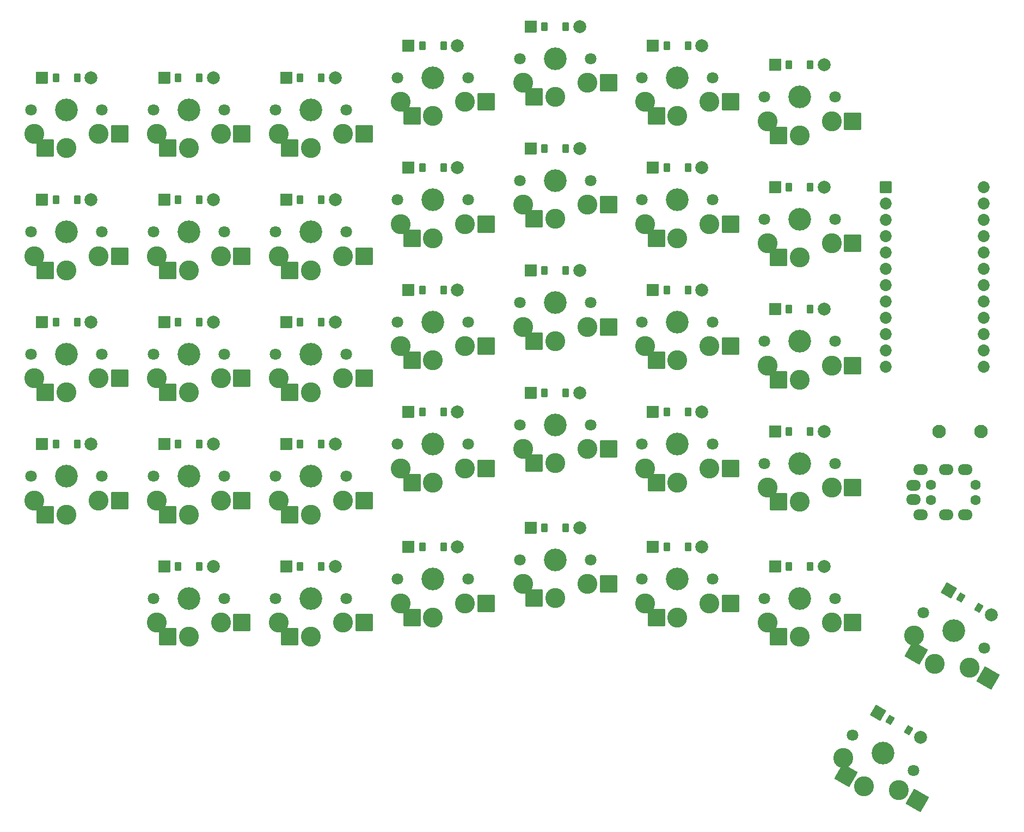
<source format=gbr>
%TF.GenerationSoftware,KiCad,Pcbnew,6.0.2*%
%TF.CreationDate,2022-02-19T14:05:47-05:00*%
%TF.ProjectId,jonkey-v1,6a6f6e6b-6579-42d7-9631-2e6b69636164,v1.0.0*%
%TF.SameCoordinates,Original*%
%TF.FileFunction,Soldermask,Top*%
%TF.FilePolarity,Negative*%
%FSLAX46Y46*%
G04 Gerber Fmt 4.6, Leading zero omitted, Abs format (unit mm)*
G04 Created by KiCad (PCBNEW 6.0.2) date 2022-02-19 14:05:47*
%MOMM*%
%LPD*%
G01*
G04 APERTURE LIST*
G04 Aperture macros list*
%AMRoundRect*
0 Rectangle with rounded corners*
0 $1 Rounding radius*
0 $2 $3 $4 $5 $6 $7 $8 $9 X,Y pos of 4 corners*
0 Add a 4 corners polygon primitive as box body*
4,1,4,$2,$3,$4,$5,$6,$7,$8,$9,$2,$3,0*
0 Add four circle primitives for the rounded corners*
1,1,$1+$1,$2,$3*
1,1,$1+$1,$4,$5*
1,1,$1+$1,$6,$7*
1,1,$1+$1,$8,$9*
0 Add four rect primitives between the rounded corners*
20,1,$1+$1,$2,$3,$4,$5,0*
20,1,$1+$1,$4,$5,$6,$7,0*
20,1,$1+$1,$6,$7,$8,$9,0*
20,1,$1+$1,$8,$9,$2,$3,0*%
G04 Aperture macros list end*
%ADD10RoundRect,0.050000X-0.450000X-0.600000X0.450000X-0.600000X0.450000X0.600000X-0.450000X0.600000X0*%
%ADD11C,2.005000*%
%ADD12RoundRect,0.050000X-0.889000X-0.889000X0.889000X-0.889000X0.889000X0.889000X-0.889000X0.889000X0*%
%ADD13C,3.529000*%
%ADD14C,1.801800*%
%ADD15C,3.100000*%
%ADD16RoundRect,0.050000X1.300000X1.300000X-1.300000X1.300000X-1.300000X-1.300000X1.300000X-1.300000X0*%
%ADD17RoundRect,0.050000X-0.689711X-0.294615X0.089711X-0.744615X0.689711X0.294615X-0.089711X0.744615X0*%
%ADD18RoundRect,0.050000X-1.214397X-0.325397X0.325397X-1.214397X1.214397X0.325397X-0.325397X1.214397X0*%
%ADD19RoundRect,0.050000X1.775833X0.475833X-0.475833X1.775833X-1.775833X-0.475833X0.475833X-1.775833X0*%
%ADD20RoundRect,0.050000X-0.876300X0.876300X-0.876300X-0.876300X0.876300X-0.876300X0.876300X0.876300X0*%
%ADD21C,1.852600*%
%ADD22C,2.100000*%
%ADD23C,1.600000*%
%ADD24O,2.300000X1.700000*%
G04 APERTURE END LIST*
D10*
%TO.C,D1*%
X63370000Y-100280000D03*
X66670000Y-100280000D03*
D11*
X68830000Y-100280000D03*
D12*
X61210000Y-100280000D03*
%TD*%
D13*
%TO.C,S1*%
X65020000Y-105280000D03*
D14*
X59520000Y-105280000D03*
X70520000Y-105280000D03*
D15*
X60020000Y-109030000D03*
X65020000Y-111230000D03*
X70020000Y-109030000D03*
X65020000Y-111230000D03*
D16*
X61745000Y-111230000D03*
X73295000Y-109030000D03*
%TD*%
D10*
%TO.C,D2*%
X63370000Y-81280000D03*
X66670000Y-81280000D03*
D11*
X68830000Y-81280000D03*
D12*
X61210000Y-81280000D03*
%TD*%
D13*
%TO.C,S2*%
X65020000Y-86280000D03*
D14*
X59520000Y-86280000D03*
X70520000Y-86280000D03*
D15*
X60020000Y-90030000D03*
X65020000Y-92230000D03*
X70020000Y-90030000D03*
X65020000Y-92230000D03*
D16*
X61745000Y-92230000D03*
X73295000Y-90030000D03*
%TD*%
D10*
%TO.C,D3*%
X63370000Y-62280000D03*
X66670000Y-62280000D03*
D11*
X68830000Y-62280000D03*
D12*
X61210000Y-62280000D03*
%TD*%
D13*
%TO.C,S3*%
X65020000Y-67280000D03*
D14*
X59520000Y-67280000D03*
X70520000Y-67280000D03*
D15*
X60020000Y-71030000D03*
X65020000Y-73230000D03*
X70020000Y-71030000D03*
X65020000Y-73230000D03*
D16*
X61745000Y-73230000D03*
X73295000Y-71030000D03*
%TD*%
D10*
%TO.C,D4*%
X63370000Y-43280000D03*
X66670000Y-43280000D03*
D11*
X68830000Y-43280000D03*
D12*
X61210000Y-43280000D03*
%TD*%
D13*
%TO.C,S4*%
X65020000Y-48280000D03*
D14*
X59520000Y-48280000D03*
X70520000Y-48280000D03*
D15*
X60020000Y-52030000D03*
X65020000Y-54230000D03*
X70020000Y-52030000D03*
X65020000Y-54230000D03*
D16*
X61745000Y-54230000D03*
X73295000Y-52030000D03*
%TD*%
D10*
%TO.C,D5*%
X82370000Y-100280000D03*
X85670000Y-100280000D03*
D11*
X87830000Y-100280000D03*
D12*
X80210000Y-100280000D03*
%TD*%
D13*
%TO.C,S5*%
X84020000Y-105280000D03*
D14*
X78520000Y-105280000D03*
X89520000Y-105280000D03*
D15*
X79020000Y-109030000D03*
X84020000Y-111230000D03*
X89020000Y-109030000D03*
X84020000Y-111230000D03*
D16*
X80745000Y-111230000D03*
X92295000Y-109030000D03*
%TD*%
D10*
%TO.C,D6*%
X82370000Y-81280000D03*
X85670000Y-81280000D03*
D11*
X87830000Y-81280000D03*
D12*
X80210000Y-81280000D03*
%TD*%
D13*
%TO.C,S6*%
X84020000Y-86280000D03*
D14*
X78520000Y-86280000D03*
X89520000Y-86280000D03*
D15*
X79020000Y-90030000D03*
X84020000Y-92230000D03*
X89020000Y-90030000D03*
X84020000Y-92230000D03*
D16*
X80745000Y-92230000D03*
X92295000Y-90030000D03*
%TD*%
D10*
%TO.C,D7*%
X82370000Y-62280000D03*
X85670000Y-62280000D03*
D11*
X87830000Y-62280000D03*
D12*
X80210000Y-62280000D03*
%TD*%
D13*
%TO.C,S7*%
X84020000Y-67280000D03*
D14*
X78520000Y-67280000D03*
X89520000Y-67280000D03*
D15*
X79020000Y-71030000D03*
X84020000Y-73230000D03*
X89020000Y-71030000D03*
X84020000Y-73230000D03*
D16*
X80745000Y-73230000D03*
X92295000Y-71030000D03*
%TD*%
D10*
%TO.C,D8*%
X82370000Y-43280000D03*
X85670000Y-43280000D03*
D11*
X87830000Y-43280000D03*
D12*
X80210000Y-43280000D03*
%TD*%
D13*
%TO.C,S8*%
X84020000Y-48280000D03*
D14*
X78520000Y-48280000D03*
X89520000Y-48280000D03*
D15*
X79020000Y-52030000D03*
X84020000Y-54230000D03*
X89020000Y-52030000D03*
X84020000Y-54230000D03*
D16*
X80745000Y-54230000D03*
X92295000Y-52030000D03*
%TD*%
D10*
%TO.C,D9*%
X101370000Y-100280000D03*
X104670000Y-100280000D03*
D11*
X106830000Y-100280000D03*
D12*
X99210000Y-100280000D03*
%TD*%
D13*
%TO.C,S9*%
X103020000Y-105280000D03*
D14*
X97520000Y-105280000D03*
X108520000Y-105280000D03*
D15*
X98020000Y-109030000D03*
X103020000Y-111230000D03*
X108020000Y-109030000D03*
X103020000Y-111230000D03*
D16*
X99745000Y-111230000D03*
X111295000Y-109030000D03*
%TD*%
D10*
%TO.C,D10*%
X101370000Y-81280000D03*
X104670000Y-81280000D03*
D11*
X106830000Y-81280000D03*
D12*
X99210000Y-81280000D03*
%TD*%
D13*
%TO.C,S10*%
X103020000Y-86280000D03*
D14*
X97520000Y-86280000D03*
X108520000Y-86280000D03*
D15*
X98020000Y-90030000D03*
X103020000Y-92230000D03*
X108020000Y-90030000D03*
X103020000Y-92230000D03*
D16*
X99745000Y-92230000D03*
X111295000Y-90030000D03*
%TD*%
D10*
%TO.C,D11*%
X101370000Y-62280000D03*
X104670000Y-62280000D03*
D11*
X106830000Y-62280000D03*
D12*
X99210000Y-62280000D03*
%TD*%
D13*
%TO.C,S11*%
X103020000Y-67280000D03*
D14*
X97520000Y-67280000D03*
X108520000Y-67280000D03*
D15*
X98020000Y-71030000D03*
X103020000Y-73230000D03*
X108020000Y-71030000D03*
X103020000Y-73230000D03*
D16*
X99745000Y-73230000D03*
X111295000Y-71030000D03*
%TD*%
D10*
%TO.C,D12*%
X101370000Y-43280000D03*
X104670000Y-43280000D03*
D11*
X106830000Y-43280000D03*
D12*
X99210000Y-43280000D03*
%TD*%
D13*
%TO.C,S12*%
X103020000Y-48280000D03*
D14*
X97520000Y-48280000D03*
X108520000Y-48280000D03*
D15*
X98020000Y-52030000D03*
X103020000Y-54230000D03*
X108020000Y-52030000D03*
X103020000Y-54230000D03*
D16*
X99745000Y-54230000D03*
X111295000Y-52030000D03*
%TD*%
D10*
%TO.C,D13*%
X120370000Y-95280000D03*
X123670000Y-95280000D03*
D11*
X125830000Y-95280000D03*
D12*
X118210000Y-95280000D03*
%TD*%
D13*
%TO.C,S13*%
X122020000Y-100280000D03*
D14*
X116520000Y-100280000D03*
X127520000Y-100280000D03*
D15*
X117020000Y-104030000D03*
X122020000Y-106230000D03*
X127020000Y-104030000D03*
X122020000Y-106230000D03*
D16*
X118745000Y-106230000D03*
X130295000Y-104030000D03*
%TD*%
D10*
%TO.C,D14*%
X120370000Y-76280000D03*
X123670000Y-76280000D03*
D11*
X125830000Y-76280000D03*
D12*
X118210000Y-76280000D03*
%TD*%
D13*
%TO.C,S14*%
X122020000Y-81280000D03*
D14*
X116520000Y-81280000D03*
X127520000Y-81280000D03*
D15*
X117020000Y-85030000D03*
X122020000Y-87230000D03*
X127020000Y-85030000D03*
X122020000Y-87230000D03*
D16*
X118745000Y-87230000D03*
X130295000Y-85030000D03*
%TD*%
D10*
%TO.C,D15*%
X120370000Y-57280000D03*
X123670000Y-57280000D03*
D11*
X125830000Y-57280000D03*
D12*
X118210000Y-57280000D03*
%TD*%
D13*
%TO.C,S15*%
X122020000Y-62280000D03*
D14*
X116520000Y-62280000D03*
X127520000Y-62280000D03*
D15*
X117020000Y-66030000D03*
X122020000Y-68230000D03*
X127020000Y-66030000D03*
X122020000Y-68230000D03*
D16*
X118745000Y-68230000D03*
X130295000Y-66030000D03*
%TD*%
D10*
%TO.C,D16*%
X120370000Y-38280000D03*
X123670000Y-38280000D03*
D11*
X125830000Y-38280000D03*
D12*
X118210000Y-38280000D03*
%TD*%
D13*
%TO.C,S16*%
X122020000Y-43280000D03*
D14*
X116520000Y-43280000D03*
X127520000Y-43280000D03*
D15*
X117020000Y-47030000D03*
X122020000Y-49230000D03*
X127020000Y-47030000D03*
X122020000Y-49230000D03*
D16*
X118745000Y-49230000D03*
X130295000Y-47030000D03*
%TD*%
D10*
%TO.C,D17*%
X139370000Y-92280000D03*
X142670000Y-92280000D03*
D11*
X144830000Y-92280000D03*
D12*
X137210000Y-92280000D03*
%TD*%
D13*
%TO.C,S17*%
X141020000Y-97280000D03*
D14*
X135520000Y-97280000D03*
X146520000Y-97280000D03*
D15*
X136020000Y-101030000D03*
X141020000Y-103230000D03*
X146020000Y-101030000D03*
X141020000Y-103230000D03*
D16*
X137745000Y-103230000D03*
X149295000Y-101030000D03*
%TD*%
D10*
%TO.C,D18*%
X139370000Y-73280000D03*
X142670000Y-73280000D03*
D11*
X144830000Y-73280000D03*
D12*
X137210000Y-73280000D03*
%TD*%
D13*
%TO.C,S18*%
X141020000Y-78280000D03*
D14*
X135520000Y-78280000D03*
X146520000Y-78280000D03*
D15*
X136020000Y-82030000D03*
X141020000Y-84230000D03*
X146020000Y-82030000D03*
X141020000Y-84230000D03*
D16*
X137745000Y-84230000D03*
X149295000Y-82030000D03*
%TD*%
D10*
%TO.C,D19*%
X139370000Y-54280000D03*
X142670000Y-54280000D03*
D11*
X144830000Y-54280000D03*
D12*
X137210000Y-54280000D03*
%TD*%
D13*
%TO.C,S19*%
X141020000Y-59280000D03*
D14*
X135520000Y-59280000D03*
X146520000Y-59280000D03*
D15*
X136020000Y-63030000D03*
X141020000Y-65230000D03*
X146020000Y-63030000D03*
X141020000Y-65230000D03*
D16*
X137745000Y-65230000D03*
X149295000Y-63030000D03*
%TD*%
D10*
%TO.C,D20*%
X139370000Y-35280000D03*
X142670000Y-35280000D03*
D11*
X144830000Y-35280000D03*
D12*
X137210000Y-35280000D03*
%TD*%
D13*
%TO.C,S20*%
X141020000Y-40280000D03*
D14*
X135520000Y-40280000D03*
X146520000Y-40280000D03*
D15*
X136020000Y-44030000D03*
X141020000Y-46230000D03*
X146020000Y-44030000D03*
X141020000Y-46230000D03*
D16*
X137745000Y-46230000D03*
X149295000Y-44030000D03*
%TD*%
D10*
%TO.C,D21*%
X158370000Y-95280000D03*
X161670000Y-95280000D03*
D11*
X163830000Y-95280000D03*
D12*
X156210000Y-95280000D03*
%TD*%
D13*
%TO.C,S21*%
X160020000Y-100280000D03*
D14*
X154520000Y-100280000D03*
X165520000Y-100280000D03*
D15*
X155020000Y-104030000D03*
X160020000Y-106230000D03*
X165020000Y-104030000D03*
X160020000Y-106230000D03*
D16*
X156745000Y-106230000D03*
X168295000Y-104030000D03*
%TD*%
D10*
%TO.C,D22*%
X158370000Y-76280000D03*
X161670000Y-76280000D03*
D11*
X163830000Y-76280000D03*
D12*
X156210000Y-76280000D03*
%TD*%
D13*
%TO.C,S22*%
X160020000Y-81280000D03*
D14*
X154520000Y-81280000D03*
X165520000Y-81280000D03*
D15*
X155020000Y-85030000D03*
X160020000Y-87230000D03*
X165020000Y-85030000D03*
X160020000Y-87230000D03*
D16*
X156745000Y-87230000D03*
X168295000Y-85030000D03*
%TD*%
D10*
%TO.C,D23*%
X158370000Y-57280000D03*
X161670000Y-57280000D03*
D11*
X163830000Y-57280000D03*
D12*
X156210000Y-57280000D03*
%TD*%
D13*
%TO.C,S23*%
X160020000Y-62280000D03*
D14*
X154520000Y-62280000D03*
X165520000Y-62280000D03*
D15*
X155020000Y-66030000D03*
X160020000Y-68230000D03*
X165020000Y-66030000D03*
X160020000Y-68230000D03*
D16*
X156745000Y-68230000D03*
X168295000Y-66030000D03*
%TD*%
D10*
%TO.C,D24*%
X158370000Y-38280000D03*
X161670000Y-38280000D03*
D11*
X163830000Y-38280000D03*
D12*
X156210000Y-38280000D03*
%TD*%
D13*
%TO.C,S24*%
X160020000Y-43280000D03*
D14*
X154520000Y-43280000D03*
X165520000Y-43280000D03*
D15*
X155020000Y-47030000D03*
X160020000Y-49230000D03*
X165020000Y-47030000D03*
X160020000Y-49230000D03*
D16*
X156745000Y-49230000D03*
X168295000Y-47030000D03*
%TD*%
D10*
%TO.C,D25*%
X177370000Y-98280000D03*
X180670000Y-98280000D03*
D11*
X182830000Y-98280000D03*
D12*
X175210000Y-98280000D03*
%TD*%
D13*
%TO.C,S25*%
X179020000Y-103280000D03*
D14*
X173520000Y-103280000D03*
X184520000Y-103280000D03*
D15*
X174020000Y-107030000D03*
X179020000Y-109230000D03*
X184020000Y-107030000D03*
X179020000Y-109230000D03*
D16*
X175745000Y-109230000D03*
X187295000Y-107030000D03*
%TD*%
D10*
%TO.C,D26*%
X177370000Y-79280000D03*
X180670000Y-79280000D03*
D11*
X182830000Y-79280000D03*
D12*
X175210000Y-79280000D03*
%TD*%
D13*
%TO.C,S26*%
X179020000Y-84280000D03*
D14*
X173520000Y-84280000D03*
X184520000Y-84280000D03*
D15*
X174020000Y-88030000D03*
X179020000Y-90230000D03*
X184020000Y-88030000D03*
X179020000Y-90230000D03*
D16*
X175745000Y-90230000D03*
X187295000Y-88030000D03*
%TD*%
D10*
%TO.C,D27*%
X177370000Y-60280000D03*
X180670000Y-60280000D03*
D11*
X182830000Y-60280000D03*
D12*
X175210000Y-60280000D03*
%TD*%
D13*
%TO.C,S27*%
X179020000Y-65280000D03*
D14*
X173520000Y-65280000D03*
X184520000Y-65280000D03*
D15*
X174020000Y-69030000D03*
X179020000Y-71230000D03*
X184020000Y-69030000D03*
X179020000Y-71230000D03*
D16*
X175745000Y-71230000D03*
X187295000Y-69030000D03*
%TD*%
D10*
%TO.C,D28*%
X177370000Y-41280000D03*
X180670000Y-41280000D03*
D11*
X182830000Y-41280000D03*
D12*
X175210000Y-41280000D03*
%TD*%
D13*
%TO.C,S28*%
X179020000Y-46280000D03*
D14*
X173520000Y-46280000D03*
X184520000Y-46280000D03*
D15*
X174020000Y-50030000D03*
X179020000Y-52230000D03*
X184020000Y-50030000D03*
X179020000Y-52230000D03*
D16*
X175745000Y-52230000D03*
X187295000Y-50030000D03*
%TD*%
D10*
%TO.C,D29*%
X158370000Y-116280000D03*
X161670000Y-116280000D03*
D11*
X163830000Y-116280000D03*
D12*
X156210000Y-116280000D03*
%TD*%
D13*
%TO.C,S29*%
X160020000Y-121280000D03*
D14*
X154520000Y-121280000D03*
X165520000Y-121280000D03*
D15*
X155020000Y-125030000D03*
X160020000Y-127230000D03*
X165020000Y-125030000D03*
X160020000Y-127230000D03*
D16*
X156745000Y-127230000D03*
X168295000Y-125030000D03*
%TD*%
D10*
%TO.C,D30*%
X177370000Y-119280000D03*
X180670000Y-119280000D03*
D11*
X182830000Y-119280000D03*
D12*
X175210000Y-119280000D03*
%TD*%
D13*
%TO.C,S30*%
X179020000Y-124280000D03*
D14*
X173520000Y-124280000D03*
X184520000Y-124280000D03*
D15*
X174020000Y-128030000D03*
X179020000Y-130230000D03*
X184020000Y-128030000D03*
X179020000Y-130230000D03*
D16*
X175745000Y-130230000D03*
X187295000Y-128030000D03*
%TD*%
D17*
%TO.C,D31*%
X204091058Y-124124873D03*
X206948942Y-125774873D03*
D11*
X208819557Y-126854873D03*
D18*
X202220443Y-123044873D03*
%TD*%
D13*
%TO.C,S31*%
X203020000Y-129280000D03*
D14*
X198256860Y-126530000D03*
X207783140Y-132030000D03*
D15*
X196814873Y-130027595D03*
X200045000Y-134432851D03*
X205475127Y-135027595D03*
X200045000Y-134432851D03*
D19*
X197208767Y-132795351D03*
X208311360Y-136665095D03*
%TD*%
D17*
%TO.C,D32*%
X193091058Y-143177432D03*
X195948942Y-144827432D03*
D11*
X197819557Y-145907432D03*
D18*
X191220443Y-142097432D03*
%TD*%
D13*
%TO.C,S32*%
X192020000Y-148332559D03*
D14*
X187256860Y-145582559D03*
X196783140Y-151082559D03*
D15*
X185814873Y-149080154D03*
X189045000Y-153485410D03*
X194475127Y-154080154D03*
X189045000Y-153485410D03*
D19*
X186208767Y-151847910D03*
X197311360Y-155717654D03*
%TD*%
D10*
%TO.C,D33*%
X82370000Y-119280000D03*
X85670000Y-119280000D03*
D11*
X87830000Y-119280000D03*
D12*
X80210000Y-119280000D03*
%TD*%
D13*
%TO.C,S33*%
X84020000Y-124280000D03*
D14*
X78520000Y-124280000D03*
X89520000Y-124280000D03*
D15*
X79020000Y-128030000D03*
X84020000Y-130230000D03*
X89020000Y-128030000D03*
X84020000Y-130230000D03*
D16*
X80745000Y-130230000D03*
X92295000Y-128030000D03*
%TD*%
D10*
%TO.C,D34*%
X101370000Y-119280000D03*
X104670000Y-119280000D03*
D11*
X106830000Y-119280000D03*
D12*
X99210000Y-119280000D03*
%TD*%
D13*
%TO.C,S34*%
X103020000Y-124280000D03*
D14*
X97520000Y-124280000D03*
X108520000Y-124280000D03*
D15*
X98020000Y-128030000D03*
X103020000Y-130230000D03*
X108020000Y-128030000D03*
X103020000Y-130230000D03*
D16*
X99745000Y-130230000D03*
X111295000Y-128030000D03*
%TD*%
D10*
%TO.C,D35*%
X120370000Y-116280000D03*
X123670000Y-116280000D03*
D11*
X125830000Y-116280000D03*
D12*
X118210000Y-116280000D03*
%TD*%
D13*
%TO.C,S35*%
X122020000Y-121280000D03*
D14*
X116520000Y-121280000D03*
X127520000Y-121280000D03*
D15*
X117020000Y-125030000D03*
X122020000Y-127230000D03*
X127020000Y-125030000D03*
X122020000Y-127230000D03*
D16*
X118745000Y-127230000D03*
X130295000Y-125030000D03*
%TD*%
D10*
%TO.C,D36*%
X139370000Y-113280000D03*
X142670000Y-113280000D03*
D11*
X144830000Y-113280000D03*
D12*
X137210000Y-113280000D03*
%TD*%
D13*
%TO.C,S36*%
X141020000Y-118280000D03*
D14*
X135520000Y-118280000D03*
X146520000Y-118280000D03*
D15*
X136020000Y-122030000D03*
X141020000Y-124230000D03*
X146020000Y-122030000D03*
X141020000Y-124230000D03*
D16*
X137745000Y-124230000D03*
X149295000Y-122030000D03*
%TD*%
D20*
%TO.C,MCU1*%
X192400000Y-60310000D03*
D21*
X192400000Y-62850000D03*
X192400000Y-65390000D03*
X192400000Y-67930000D03*
X192400000Y-70470000D03*
X192400000Y-73010000D03*
X192400000Y-75550000D03*
X192400000Y-78090000D03*
X192400000Y-80630000D03*
X192400000Y-83170000D03*
X192400000Y-85710000D03*
X192400000Y-88250000D03*
X207640000Y-60310000D03*
X207640000Y-62850000D03*
X207640000Y-65390000D03*
X207640000Y-67930000D03*
X207640000Y-70470000D03*
X207640000Y-73010000D03*
X207640000Y-75550000D03*
X207640000Y-78090000D03*
X207640000Y-80630000D03*
X207640000Y-83170000D03*
X207640000Y-85710000D03*
X207640000Y-88250000D03*
%TD*%
D22*
%TO.C,B1*%
X200770000Y-98280000D03*
X207270000Y-98280000D03*
%TD*%
D23*
%TO.C,REF\u002A\u002A*%
X199420000Y-108980000D03*
X206420000Y-108980000D03*
D24*
X196720000Y-106680000D03*
X197820000Y-111280000D03*
X201820000Y-111280000D03*
X204820000Y-111280000D03*
D23*
X199420000Y-106580000D03*
X206420000Y-106580000D03*
D24*
X196720000Y-108880000D03*
X197820000Y-104280000D03*
X201820000Y-104280000D03*
X204820000Y-104280000D03*
%TD*%
M02*

</source>
